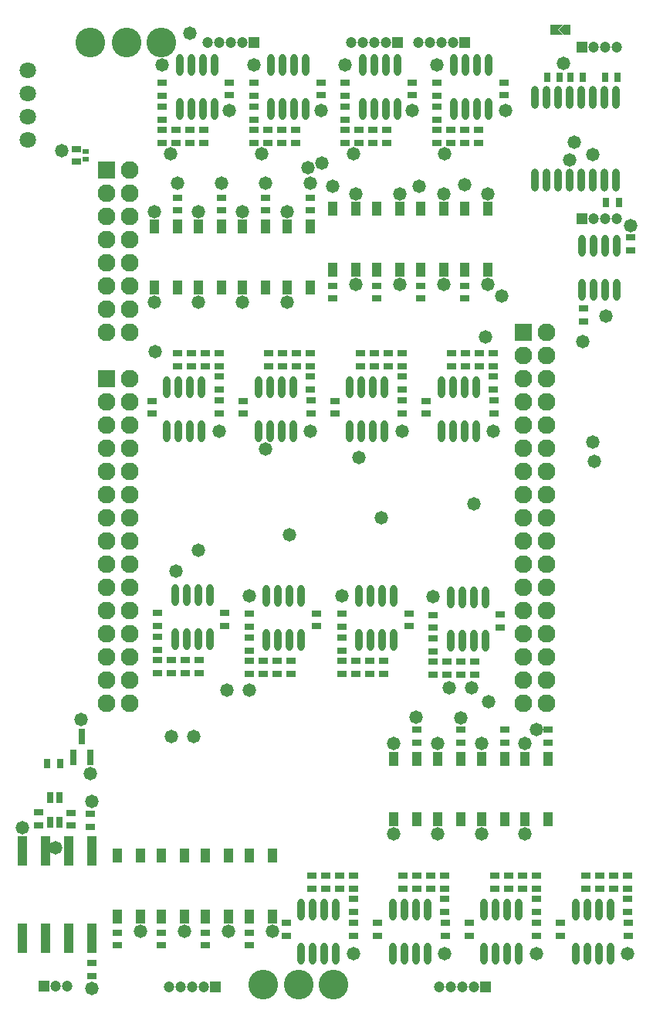
<source format=gts>
G04*
G04 #@! TF.GenerationSoftware,Altium Limited,Altium Designer,19.1.7 (138)*
G04*
G04 Layer_Color=8388736*
%FSLAX24Y24*%
%MOIN*%
G70*
G01*
G75*
%ADD30R,0.0390X0.0291*%
%ADD31O,0.0316X0.0946*%
%ADD32R,0.0291X0.0390*%
%ADD33C,0.0180*%
%ADD34R,0.0260X0.0240*%
%ADD35R,0.0433X0.0291*%
%ADD36R,0.0395X0.0631*%
%ADD37R,0.0316X0.0513*%
%ADD38R,0.0291X0.0433*%
%ADD39R,0.0316X0.0671*%
%ADD40R,0.0395X0.1261*%
%ADD41O,0.0316X0.0986*%
%ADD42C,0.0474*%
%ADD43R,0.0474X0.0474*%
%ADD44C,0.0710*%
%ADD45C,0.0768*%
%ADD46R,0.0768X0.0768*%
%ADD47C,0.0580*%
%ADD48C,0.1280*%
G36*
X24259Y41883D02*
X23984D01*
X23767Y42100D01*
X23984Y42317D01*
X24259D01*
Y41883D01*
D02*
G37*
G36*
X23728Y42100D02*
X23728D01*
X23944Y41883D01*
X23413D01*
Y42317D01*
X23944D01*
X23728Y42100D01*
D02*
G37*
D30*
X2950Y36397D02*
D03*
Y36948D02*
D03*
X24836Y30076D02*
D03*
Y29524D02*
D03*
X26886Y32583D02*
D03*
Y33134D02*
D03*
X2700Y8316D02*
D03*
Y7765D02*
D03*
X3550Y7724D02*
D03*
Y8276D02*
D03*
X1300Y7774D02*
D03*
Y8326D02*
D03*
X3600Y1826D02*
D03*
Y1274D02*
D03*
X14910Y3576D02*
D03*
Y3024D02*
D03*
X18860Y3576D02*
D03*
Y3024D02*
D03*
X22810Y3576D02*
D03*
Y3024D02*
D03*
X26760Y3576D02*
D03*
Y3024D02*
D03*
X6640Y39250D02*
D03*
Y39801D02*
D03*
X10590Y39250D02*
D03*
Y39801D02*
D03*
X14540Y39250D02*
D03*
Y39801D02*
D03*
X18490Y39250D02*
D03*
Y39801D02*
D03*
X6440Y16376D02*
D03*
Y16927D02*
D03*
X10390Y16350D02*
D03*
Y16901D02*
D03*
X14390Y16350D02*
D03*
Y16901D02*
D03*
X9110Y26100D02*
D03*
Y25549D02*
D03*
X13060Y26100D02*
D03*
Y25549D02*
D03*
X17010Y26100D02*
D03*
Y25549D02*
D03*
X20960Y26100D02*
D03*
Y25549D02*
D03*
X18340Y16300D02*
D03*
Y16851D02*
D03*
D31*
X12653Y2253D02*
D03*
X13153D02*
D03*
X13653D02*
D03*
X14153D02*
D03*
X12653Y4142D02*
D03*
X13153D02*
D03*
X13653D02*
D03*
X14153D02*
D03*
X16603Y2253D02*
D03*
X17103D02*
D03*
X17603D02*
D03*
X18103D02*
D03*
X16603Y4142D02*
D03*
X17103D02*
D03*
X17603D02*
D03*
X18103D02*
D03*
X20597Y17623D02*
D03*
X20097D02*
D03*
X19597D02*
D03*
X19097D02*
D03*
X20597Y15733D02*
D03*
X20097D02*
D03*
X19597D02*
D03*
X19097D02*
D03*
X24786Y30888D02*
D03*
X25286D02*
D03*
X25786D02*
D03*
X26286D02*
D03*
X24786Y32778D02*
D03*
X25286D02*
D03*
X25786D02*
D03*
X26286D02*
D03*
X22053Y4142D02*
D03*
X21553D02*
D03*
X21053D02*
D03*
X20553D02*
D03*
X22053Y2253D02*
D03*
X21553D02*
D03*
X21053D02*
D03*
X20553D02*
D03*
X26003Y4142D02*
D03*
X25503D02*
D03*
X25003D02*
D03*
X24503D02*
D03*
X26003Y2253D02*
D03*
X25503D02*
D03*
X25003D02*
D03*
X24503D02*
D03*
X7397Y38683D02*
D03*
X7897D02*
D03*
X8397D02*
D03*
X8897D02*
D03*
X7397Y40573D02*
D03*
X7897D02*
D03*
X8397D02*
D03*
X8897D02*
D03*
X11347Y38683D02*
D03*
X11847D02*
D03*
X12347D02*
D03*
X12847D02*
D03*
X11347Y40573D02*
D03*
X11847D02*
D03*
X12347D02*
D03*
X12847D02*
D03*
X15297Y38683D02*
D03*
X15797D02*
D03*
X16297D02*
D03*
X16797D02*
D03*
X15297Y40573D02*
D03*
X15797D02*
D03*
X16297D02*
D03*
X16797D02*
D03*
X19247Y38683D02*
D03*
X19747D02*
D03*
X20247D02*
D03*
X20747D02*
D03*
X19247Y40573D02*
D03*
X19747D02*
D03*
X20247D02*
D03*
X20747D02*
D03*
X7197Y15809D02*
D03*
X7697D02*
D03*
X8197D02*
D03*
X8697D02*
D03*
X7197Y17699D02*
D03*
X7697D02*
D03*
X8197D02*
D03*
X8697D02*
D03*
X11147Y15783D02*
D03*
X11647D02*
D03*
X12147D02*
D03*
X12647D02*
D03*
X11147Y17673D02*
D03*
X11647D02*
D03*
X12147D02*
D03*
X12647D02*
D03*
X15147Y15783D02*
D03*
X15647D02*
D03*
X16147D02*
D03*
X16647D02*
D03*
X15147Y17673D02*
D03*
X15647D02*
D03*
X16147D02*
D03*
X16647D02*
D03*
X8353Y26667D02*
D03*
X7853D02*
D03*
X7353D02*
D03*
X6853D02*
D03*
X8353Y24777D02*
D03*
X7853D02*
D03*
X7353D02*
D03*
X6853D02*
D03*
X12303Y26667D02*
D03*
X11803D02*
D03*
X11303D02*
D03*
X10803D02*
D03*
X12303Y24777D02*
D03*
X11803D02*
D03*
X11303D02*
D03*
X10803D02*
D03*
X16253Y26667D02*
D03*
X15753D02*
D03*
X15253D02*
D03*
X14753D02*
D03*
X16253Y24777D02*
D03*
X15753D02*
D03*
X15253D02*
D03*
X14753D02*
D03*
X20203Y26667D02*
D03*
X19703D02*
D03*
X19203D02*
D03*
X18703D02*
D03*
X20203Y24777D02*
D03*
X19703D02*
D03*
X19203D02*
D03*
X18703D02*
D03*
D32*
X23261Y40050D02*
D03*
X23812D02*
D03*
X24261D02*
D03*
X24812D02*
D03*
X26312D02*
D03*
X25761D02*
D03*
X25811Y34633D02*
D03*
X26362D02*
D03*
D33*
X24033Y42100D02*
D03*
X23600D02*
D03*
D34*
X3350Y36850D02*
D03*
Y36496D02*
D03*
D35*
X17650Y11349D02*
D03*
Y11900D02*
D03*
X19550Y11349D02*
D03*
Y11900D02*
D03*
X21450Y11349D02*
D03*
Y11900D02*
D03*
X23300Y11349D02*
D03*
Y11900D02*
D03*
X14000Y31051D02*
D03*
Y30500D02*
D03*
X15900Y31051D02*
D03*
Y30500D02*
D03*
X17800Y31051D02*
D03*
Y30500D02*
D03*
X19700Y31051D02*
D03*
Y30500D02*
D03*
X6600Y3151D02*
D03*
Y2600D02*
D03*
X8500Y3151D02*
D03*
Y2600D02*
D03*
X10400Y3151D02*
D03*
Y2600D02*
D03*
X7300Y34299D02*
D03*
Y34850D02*
D03*
X9200Y34299D02*
D03*
Y34850D02*
D03*
X11100Y34299D02*
D03*
Y34850D02*
D03*
X13050Y34299D02*
D03*
Y34850D02*
D03*
X4700Y3151D02*
D03*
Y2600D02*
D03*
X14900Y5050D02*
D03*
Y5601D02*
D03*
X13700Y5050D02*
D03*
Y5601D02*
D03*
X18850Y5050D02*
D03*
Y5601D02*
D03*
X17650Y5050D02*
D03*
Y5601D02*
D03*
X22800Y5050D02*
D03*
Y5601D02*
D03*
X21600Y5050D02*
D03*
Y5601D02*
D03*
X26750Y5050D02*
D03*
Y5601D02*
D03*
X25550Y5050D02*
D03*
Y5601D02*
D03*
X6650Y37776D02*
D03*
Y37224D02*
D03*
X7850Y37776D02*
D03*
Y37224D02*
D03*
X10600Y37776D02*
D03*
Y37224D02*
D03*
X11800Y37776D02*
D03*
Y37224D02*
D03*
X14550Y37776D02*
D03*
Y37224D02*
D03*
X15750Y37776D02*
D03*
Y37224D02*
D03*
X18500Y37776D02*
D03*
Y37224D02*
D03*
X19700Y37776D02*
D03*
Y37224D02*
D03*
X6450Y14901D02*
D03*
Y14350D02*
D03*
X7650Y14901D02*
D03*
Y14350D02*
D03*
X10400Y14876D02*
D03*
Y14324D02*
D03*
X11600Y14876D02*
D03*
Y14324D02*
D03*
X14400Y14876D02*
D03*
Y14324D02*
D03*
X15600Y14876D02*
D03*
Y14324D02*
D03*
X9100Y27574D02*
D03*
Y28126D02*
D03*
X7900Y27574D02*
D03*
Y28126D02*
D03*
X13050Y27574D02*
D03*
Y28126D02*
D03*
X11850Y27574D02*
D03*
Y28126D02*
D03*
X17000Y27574D02*
D03*
Y28126D02*
D03*
X15800Y27574D02*
D03*
Y28126D02*
D03*
X20950Y27574D02*
D03*
Y28126D02*
D03*
X19750Y27574D02*
D03*
Y28126D02*
D03*
X13100Y5601D02*
D03*
Y5050D02*
D03*
X14300D02*
D03*
Y5601D02*
D03*
X12000Y3015D02*
D03*
Y3566D02*
D03*
X14900Y4050D02*
D03*
Y4601D02*
D03*
X17050Y5601D02*
D03*
Y5050D02*
D03*
X18250D02*
D03*
Y5601D02*
D03*
X15950Y3015D02*
D03*
Y3566D02*
D03*
X18850Y4050D02*
D03*
Y4601D02*
D03*
X21000Y5601D02*
D03*
Y5050D02*
D03*
X22200D02*
D03*
Y5601D02*
D03*
X19900Y3015D02*
D03*
Y3566D02*
D03*
X22800Y4050D02*
D03*
Y4601D02*
D03*
X24950Y5601D02*
D03*
Y5050D02*
D03*
X26150D02*
D03*
Y5601D02*
D03*
X23850Y3015D02*
D03*
Y3566D02*
D03*
X26750Y4050D02*
D03*
Y4601D02*
D03*
X8450Y37224D02*
D03*
Y37776D02*
D03*
X7250D02*
D03*
Y37224D02*
D03*
X9550Y39811D02*
D03*
Y39260D02*
D03*
X6650Y38776D02*
D03*
Y38224D02*
D03*
X12400Y37224D02*
D03*
Y37776D02*
D03*
X11200D02*
D03*
Y37224D02*
D03*
X13500Y39811D02*
D03*
Y39260D02*
D03*
X10600Y38776D02*
D03*
Y38224D02*
D03*
X16350Y37224D02*
D03*
Y37776D02*
D03*
X15150D02*
D03*
Y37224D02*
D03*
X17450Y39811D02*
D03*
Y39260D02*
D03*
X14550Y38776D02*
D03*
Y38224D02*
D03*
X20300Y37224D02*
D03*
Y37776D02*
D03*
X19100D02*
D03*
Y37224D02*
D03*
X21400Y39811D02*
D03*
Y39260D02*
D03*
X18500Y38776D02*
D03*
Y38224D02*
D03*
X8250Y14350D02*
D03*
Y14901D02*
D03*
X7050D02*
D03*
Y14350D02*
D03*
X9350Y16937D02*
D03*
Y16385D02*
D03*
X6450Y15901D02*
D03*
Y15350D02*
D03*
X12200Y14324D02*
D03*
Y14876D02*
D03*
X11000D02*
D03*
Y14324D02*
D03*
X13300Y16911D02*
D03*
Y16360D02*
D03*
X10400Y15876D02*
D03*
Y15324D02*
D03*
X16200Y14324D02*
D03*
Y14876D02*
D03*
X15000D02*
D03*
Y14324D02*
D03*
X17300Y16911D02*
D03*
Y16360D02*
D03*
X14400Y15876D02*
D03*
Y15324D02*
D03*
X7300Y28126D02*
D03*
Y27574D02*
D03*
X8500D02*
D03*
Y28126D02*
D03*
X6200Y25539D02*
D03*
Y26090D02*
D03*
X9100Y26574D02*
D03*
Y27126D02*
D03*
X11250Y28126D02*
D03*
Y27574D02*
D03*
X12450D02*
D03*
Y28126D02*
D03*
X10150Y25539D02*
D03*
Y26090D02*
D03*
X13050Y26574D02*
D03*
Y27126D02*
D03*
X15200Y28126D02*
D03*
Y27574D02*
D03*
X16400D02*
D03*
Y28126D02*
D03*
X14100Y25539D02*
D03*
Y26090D02*
D03*
X17000Y26574D02*
D03*
Y27126D02*
D03*
X19150Y28126D02*
D03*
Y27574D02*
D03*
X20350D02*
D03*
Y28126D02*
D03*
X18050Y25539D02*
D03*
Y26090D02*
D03*
X20950Y26574D02*
D03*
Y27126D02*
D03*
X21250Y16861D02*
D03*
Y16310D02*
D03*
X20150Y14274D02*
D03*
Y14826D02*
D03*
X19550Y14274D02*
D03*
Y14826D02*
D03*
X18950D02*
D03*
Y14274D02*
D03*
X18350D02*
D03*
Y14826D02*
D03*
Y15826D02*
D03*
Y15274D02*
D03*
D36*
X16650Y8032D02*
D03*
X17650D02*
D03*
X16650Y10650D02*
D03*
X17650D02*
D03*
X18550Y8032D02*
D03*
X19550D02*
D03*
X18550Y10650D02*
D03*
X19550D02*
D03*
X20450Y8032D02*
D03*
X21450D02*
D03*
X20450Y10650D02*
D03*
X21450D02*
D03*
X22300Y8032D02*
D03*
X23300D02*
D03*
X22300Y10650D02*
D03*
X23300D02*
D03*
X15000Y34368D02*
D03*
X14000D02*
D03*
X15000Y31750D02*
D03*
X14000D02*
D03*
X16900Y34368D02*
D03*
X15900D02*
D03*
X16900Y31750D02*
D03*
X15900D02*
D03*
X18800Y34368D02*
D03*
X17800D02*
D03*
X18800Y31750D02*
D03*
X17800D02*
D03*
X20700Y34368D02*
D03*
X19700D02*
D03*
X20700Y31750D02*
D03*
X19700D02*
D03*
X7600Y6468D02*
D03*
X6600D02*
D03*
X7600Y3850D02*
D03*
X6600D02*
D03*
X9500Y6468D02*
D03*
X8500D02*
D03*
X9500Y3850D02*
D03*
X8500D02*
D03*
X11400Y6468D02*
D03*
X10400D02*
D03*
X11400Y3850D02*
D03*
X10400D02*
D03*
X6300Y30982D02*
D03*
X7300D02*
D03*
X6300Y33600D02*
D03*
X7300D02*
D03*
X8200Y30982D02*
D03*
X9200D02*
D03*
X8200Y33600D02*
D03*
X9200D02*
D03*
X10100Y30982D02*
D03*
X11100D02*
D03*
X10100Y33600D02*
D03*
X11100D02*
D03*
X12050Y30982D02*
D03*
X13050D02*
D03*
X12050Y33600D02*
D03*
X13050D02*
D03*
X5700Y6468D02*
D03*
X4700D02*
D03*
X5700Y3850D02*
D03*
X4700D02*
D03*
D37*
X2197Y7918D02*
D03*
Y8974D02*
D03*
X1803Y8982D02*
D03*
Y7918D02*
D03*
D38*
X1674Y10450D02*
D03*
X2226D02*
D03*
D39*
X2800Y10700D02*
D03*
X3548D02*
D03*
X3174Y11606D02*
D03*
D40*
X3600Y6680D02*
D03*
X2600D02*
D03*
X1600D02*
D03*
X600D02*
D03*
Y2900D02*
D03*
X1600D02*
D03*
X2600D02*
D03*
X3600D02*
D03*
D41*
X22736Y35592D02*
D03*
X23236D02*
D03*
X23736D02*
D03*
X24236D02*
D03*
X24736D02*
D03*
X25236D02*
D03*
X25736D02*
D03*
X26236D02*
D03*
X22736Y39174D02*
D03*
X23236D02*
D03*
X23736D02*
D03*
X24236D02*
D03*
X24736D02*
D03*
X25236D02*
D03*
X25736D02*
D03*
X26236D02*
D03*
D42*
X17700Y41550D02*
D03*
X18200D02*
D03*
X18700D02*
D03*
X19200D02*
D03*
X10100D02*
D03*
X9600D02*
D03*
X9100D02*
D03*
X8600D02*
D03*
X20100Y800D02*
D03*
X19600D02*
D03*
X19100D02*
D03*
X18600D02*
D03*
X16300Y41550D02*
D03*
X15800D02*
D03*
X15300D02*
D03*
X14800D02*
D03*
X8450Y800D02*
D03*
X7950D02*
D03*
X7450D02*
D03*
X6950D02*
D03*
X26286Y41350D02*
D03*
X25786D02*
D03*
X25286D02*
D03*
X26286Y33933D02*
D03*
X25786D02*
D03*
X25286D02*
D03*
X2550Y850D02*
D03*
X2050D02*
D03*
D43*
X19700Y41550D02*
D03*
X10600D02*
D03*
X20600Y800D02*
D03*
X16800Y41550D02*
D03*
X8950Y800D02*
D03*
X24786Y41350D02*
D03*
Y33933D02*
D03*
X1550Y850D02*
D03*
D44*
X850Y40350D02*
D03*
Y39350D02*
D03*
Y38350D02*
D03*
Y37350D02*
D03*
D45*
X22252Y13047D02*
D03*
X23252D02*
D03*
X22252Y14047D02*
D03*
X23252Y20047D02*
D03*
Y21047D02*
D03*
Y24047D02*
D03*
Y25047D02*
D03*
Y28047D02*
D03*
Y27047D02*
D03*
Y26047D02*
D03*
Y23047D02*
D03*
Y22047D02*
D03*
Y19047D02*
D03*
Y18047D02*
D03*
Y17047D02*
D03*
Y16047D02*
D03*
Y15047D02*
D03*
X22252Y25047D02*
D03*
Y26047D02*
D03*
Y27047D02*
D03*
Y28047D02*
D03*
X23252Y29047D02*
D03*
X22252Y20047D02*
D03*
Y21047D02*
D03*
Y22047D02*
D03*
Y23047D02*
D03*
Y24047D02*
D03*
Y15047D02*
D03*
Y16047D02*
D03*
Y17047D02*
D03*
Y18047D02*
D03*
Y19047D02*
D03*
X23252Y14047D02*
D03*
X5252Y18047D02*
D03*
Y19047D02*
D03*
Y22047D02*
D03*
Y23047D02*
D03*
Y26047D02*
D03*
Y25047D02*
D03*
Y24047D02*
D03*
Y21047D02*
D03*
Y20047D02*
D03*
Y17047D02*
D03*
Y16047D02*
D03*
Y15047D02*
D03*
Y14047D02*
D03*
Y13047D02*
D03*
X4252Y23047D02*
D03*
Y24047D02*
D03*
Y25047D02*
D03*
Y26047D02*
D03*
X5252Y27047D02*
D03*
X4252Y18047D02*
D03*
Y19047D02*
D03*
Y20047D02*
D03*
Y21047D02*
D03*
Y22047D02*
D03*
Y13047D02*
D03*
Y14047D02*
D03*
Y15047D02*
D03*
Y16047D02*
D03*
Y17047D02*
D03*
X5252Y31047D02*
D03*
Y32047D02*
D03*
Y35047D02*
D03*
Y34047D02*
D03*
Y33047D02*
D03*
Y30047D02*
D03*
Y29047D02*
D03*
X4252Y32047D02*
D03*
Y33047D02*
D03*
Y34047D02*
D03*
Y35047D02*
D03*
X5252Y36047D02*
D03*
X4252Y29047D02*
D03*
Y30047D02*
D03*
Y31047D02*
D03*
D46*
X22252Y29047D02*
D03*
X4252Y27047D02*
D03*
Y36047D02*
D03*
D47*
X20000Y13700D02*
D03*
X19050D02*
D03*
X10400Y13600D02*
D03*
X9450D02*
D03*
X7050Y11600D02*
D03*
X8000D02*
D03*
X600Y7675D02*
D03*
X20600Y28850D02*
D03*
X21300Y30600D02*
D03*
X6650Y40576D02*
D03*
X15150Y23650D02*
D03*
X20750Y13100D02*
D03*
X11100Y24000D02*
D03*
X6350Y28200D02*
D03*
X25800Y29750D02*
D03*
X24800Y28650D02*
D03*
X7836Y41947D02*
D03*
X2318Y36870D02*
D03*
X20100Y21650D02*
D03*
X16100Y21050D02*
D03*
X12150Y20300D02*
D03*
X8200Y19650D02*
D03*
X7250Y18750D02*
D03*
X17600Y12450D02*
D03*
X25300Y23475D02*
D03*
X25250Y24300D02*
D03*
X12950Y36150D02*
D03*
X14000Y35334D02*
D03*
X13550Y36350D02*
D03*
X17750Y35350D02*
D03*
X19700Y35400D02*
D03*
X13050Y35482D02*
D03*
X11100D02*
D03*
X9200D02*
D03*
X7300D02*
D03*
X12050Y30350D02*
D03*
Y34250D02*
D03*
X8200Y30350D02*
D03*
Y34250D02*
D03*
X6300Y30350D02*
D03*
Y34250D02*
D03*
X11400Y3200D02*
D03*
X9500D02*
D03*
X7600D02*
D03*
X5700D02*
D03*
X20700Y35000D02*
D03*
Y31100D02*
D03*
X18800Y35000D02*
D03*
Y31100D02*
D03*
X16900Y35000D02*
D03*
Y31100D02*
D03*
X15000Y35000D02*
D03*
Y31100D02*
D03*
X22300Y7400D02*
D03*
Y11300D02*
D03*
X22800Y11900D02*
D03*
X20450Y7400D02*
D03*
Y11300D02*
D03*
X18550Y7400D02*
D03*
Y11300D02*
D03*
X16650Y7400D02*
D03*
Y11300D02*
D03*
X10600Y40576D02*
D03*
X14900Y2250D02*
D03*
X18850D02*
D03*
X22800D02*
D03*
X26750D02*
D03*
X7000Y36750D02*
D03*
X9550Y38600D02*
D03*
X10950Y36750D02*
D03*
X13500Y38600D02*
D03*
X14900Y36750D02*
D03*
X14550Y40576D02*
D03*
X17450Y38600D02*
D03*
X18850Y36750D02*
D03*
X18500Y40576D02*
D03*
X21478Y38609D02*
D03*
X10400Y17676D02*
D03*
X14400D02*
D03*
X18350Y17626D02*
D03*
X9100Y24774D02*
D03*
X13050D02*
D03*
X17000D02*
D03*
X19550Y12400D02*
D03*
X23986Y40650D02*
D03*
X26886Y33634D02*
D03*
X24436Y37250D02*
D03*
X25236Y36700D02*
D03*
X24236Y36483D02*
D03*
X20950Y24774D02*
D03*
X10100Y30350D02*
D03*
Y34250D02*
D03*
X3550Y10000D02*
D03*
X2050Y6800D02*
D03*
X3600Y750D02*
D03*
X3150Y12350D02*
D03*
X3600Y8800D02*
D03*
D48*
X11000Y900D02*
D03*
X12550D02*
D03*
X14050D02*
D03*
X6600Y41550D02*
D03*
X5100D02*
D03*
X3550D02*
D03*
M02*

</source>
